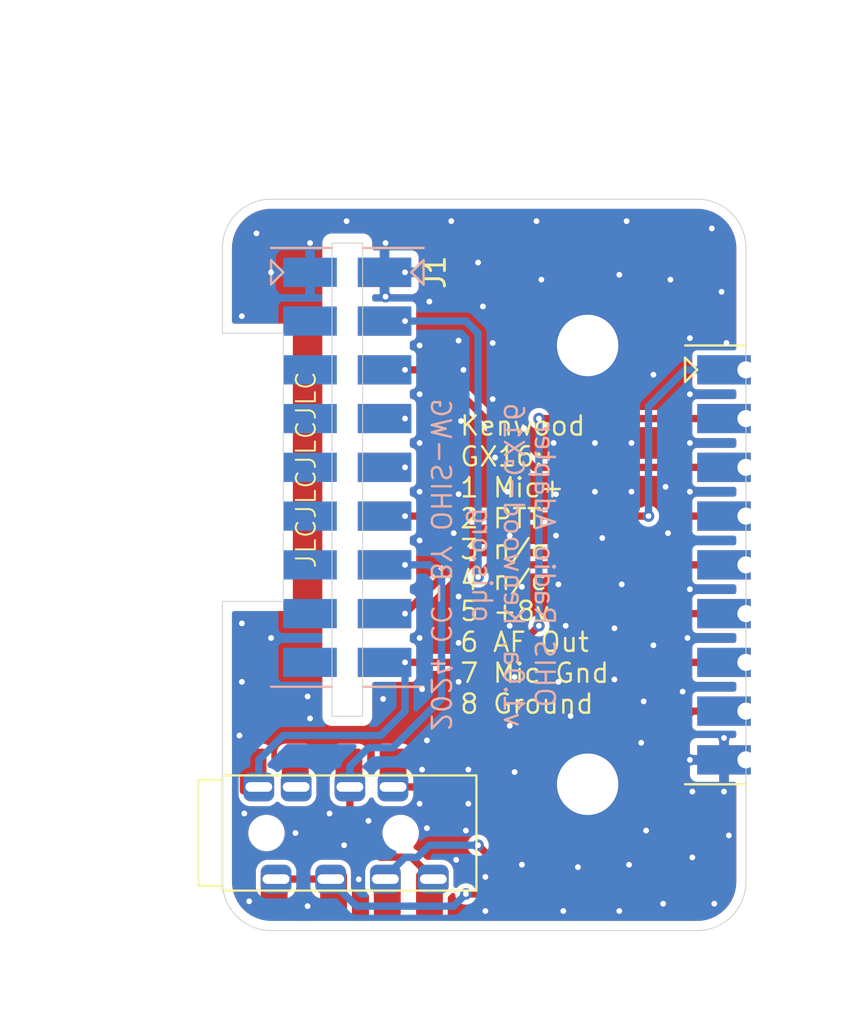
<source format=kicad_pcb>
(kicad_pcb (version 20240108) (generator "pcbnew") (generator_version "8.0")
  (layers (0 "F.Cu" signal) (31 "B.Cu" signal) (34 "B.Paste" user) (35 "F.Paste" user) (36 "B.SilkS" user "B.Silkscreen") (37 "F.SilkS" user "F.Silkscreen") (38 "B.Mask" user) (39 "F.Mask" user) (44 "Edge.Cuts" user))
  (net 0 "")
  (net 1 "Shield")
  (net 2 "AF Out")
  (net 3 "Mic Gnd")
  (net 4 "~{PTT}")
  (net 5 "Power Gnd")
  (net 7 "Up")
  (net 8 "+8v 10mA")
  (net 10 "Down")
  (net 11 "Mic+")
  (net 14 "HP Right")
  (net 15 "HP Left")
  (net 16 "HP Gnd")
  (footprint "Libraries:Conn_B2B-RA_2.54mm_Castelated_9pin_RtoL" (layer "F.Cu") (at 90.805 78.74 90)
    (property "Reference" "J2" (hide yes))
    (property "Value" "Base Board")
    (fp_line (start 10.795 -3.175) (end 9.525 -3.175) (stroke (width 0.12)) (layer "F.SilkS"))
    (fp_line (start 9.525 -3.175) (end 10.16 -2.54) (stroke (width 0.12)) (layer "F.SilkS"))
    (fp_line (start 10.16 -2.54) (end 10.795 -3.175) (stroke (width 0.12)) (layer "F.SilkS"))
    (fp_line (start 11.43 0) (end 11.43 -3.175) (stroke (width 0.12)) (layer "F.SilkS"))
    (fp_line (start -11.43 0) (end -11.43 -3.175) (stroke (width 0.12)) (layer "F.SilkS"))
    (pad "1" thru_hole rect (at 10.16 0 90) (size 1.524 2.794) (drill 0.889 (offset 0 -1.143)) (layers "*.Cu" "*.Mask") (net 8 "+8v 10mA"))
    (pad "2" thru_hole rect (at 7.62 0 90) (size 1.524 2.794) (drill 0.889 (offset 0 -1.143)) (layers "*.Cu" "*.Mask") (net 5 "Power Gnd"))
    (pad "3" thru_hole rect (at 5.08 0 90) (size 1.524 2.794) (drill 0.889 (offset 0 -1.143)) (layers "*.Cu" "*.Mask") (net 4 "~{PTT}"))
    (pad "4" thru_hole rect (at 2.54 0 90) (size 1.524 2.794) (drill 0.889 (offset 0 -1.143)) (layers "*.Cu" "*.Mask") (net 3 "Mic Gnd"))
    (pad "5" thru_hole rect (at 0 0 90) (size 1.524 2.794) (drill 0.889 (offset 0 -1.143)) (layers "*.Cu" "*.Mask") (net 11 "Mic+"))
    (pad "6" thru_hole rect (at -2.54 0 90) (size 1.524 2.794) (drill 0.889 (offset 0 -1.143)) (layers "*.Cu" "*.Mask") (net 15 "HP Left"))
    (pad "7" thru_hole rect (at -5.08 0 90) (size 1.524 2.794) (drill 0.889 (offset 0 -1.143)) (layers "*.Cu" "*.Mask") (net 14 "HP Right"))
    (pad "8" thru_hole rect (at -7.62 0 90) (size 1.524 2.794) (drill 0.889 (offset 0 -1.143)) (layers "*.Cu" "*.Mask") (net 16 "HP Gnd"))
    (pad "9" thru_hole rect (at -10.16 0 90) (size 1.524 2.794) (drill 0.889 (offset 0 -1.143)) (layers "*.Cu" "*.Mask") (net 1 "Shield"))
  )
  (footprint "MountingHole:MountingHole_3.2mm_M3_Pad" (layer "F.Cu") (at 82.55 90.17)
    (property "Reference" "H2" (hide yes))
    (property "Value" "MountingHole_Pad")
    (pad "1" thru_hole circle (at 0 0) (size 6.4 6.4) (drill 3.2) (layers "*.Cu" "*.Mask") (net 1 "Shield"))
  )
  (footprint "Libraries:Conn_B2B-RA_2.54mm_9pin_LtoR" (layer "F.Cu") (at 70.815 73.66 -90)
    (property "Reference" "J4" (hide yes))
    (property "Value" "Icom GX16 Board")
    (fp_line (start -11.43 0) (end -11.43 -3.175) (stroke (width 0.12)) (layer "F.SilkS"))
    (fp_line (start 11.43 0) (end 11.43 -3.175) (stroke (width 0.12)) (layer "F.SilkS"))
    (fp_line (start -10.16 -2.54) (end -9.525 -3.175) (stroke (width 0.12)) (layer "F.SilkS"))
    (fp_line (start -10.795 -3.175) (end -10.16 -2.54) (stroke (width 0.12)) (layer "F.SilkS"))
    (fp_line (start -9.525 -3.175) (end -10.795 -3.175) (stroke (width 0.12)) (layer "F.SilkS"))
    (pad "1" smd rect (at -10.16 -1.143 270) (size 1.524 2.794) (layers "F.Cu" "F.Paste" "F.Mask") (net 1 "Shield"))
    (pad "2" smd rect (at -7.62 -1.143 270) (size 1.524 2.794) (layers "F.Cu" "F.Paste" "F.Mask") (net 11 "Mic+"))
    (pad "3" smd rect (at -5.08 -1.143 270) (size 1.524 2.794) (layers "F.Cu" "F.Paste" "F.Mask") (net 4 "~{PTT}"))
    (pad "4" smd rect (at -2.54 -1.143 270) (size 1.524 2.794) (layers "F.Cu" "F.Paste" "F.Mask") (net 10 "Down"))
    (pad "5" smd rect (at 0 -1.143 270) (size 1.524 2.794) (layers "F.Cu" "F.Paste" "F.Mask") (net 7 "Up"))
    (pad "6" smd rect (at 2.54 -1.143 270) (size 1.524 2.794) (layers "F.Cu" "F.Paste" "F.Mask") (net 8 "+8v 10mA"))
    (pad "7" smd rect (at 5.08 -1.143 270) (size 1.524 2.794) (layers "F.Cu" "F.Paste" "F.Mask") (net 2 "AF Out"))
    (pad "8" smd rect (at 7.62 -1.143 270) (size 1.524 2.794) (layers "F.Cu" "F.Paste" "F.Mask") (net 3 "Mic Gnd"))
    (pad "9" smd rect (at 10.16 -1.143 270) (size 1.524 2.794) (layers "F.Cu" "F.Paste" "F.Mask") (net 5 "Power Gnd"))
  )
  (footprint "MountingHole:MountingHole_3.2mm_M3_Pad" (layer "F.Cu") (at 82.55 67.31)
    (property "Reference" "H1" (hide yes))
    (property "Value" "MountingHole_Pad")
    (pad "1" thru_hole circle (at 0 0) (size 6.4 6.4) (drill 3.2) (layers "*.Cu" "*.Mask") (net 1 "Shield"))
  )
  (footprint "Libraries:Conn_3.5mm-PJ-393_SMT-C668609_TH-C145811" (layer "F.Cu") (at 63.5 92.71 -90)
    (property "Reference" "J3" (hide yes))
    (property "Value" "Headphone/Speaker Input")
    (fp_line (start -2.75 1.25) (end 2.75 1.25) (stroke (width 0.12)) (layer "F.SilkS"))
    (fp_line (start 2.75 1.25) (end 2.75 0) (stroke (width 0.12)) (layer "F.SilkS"))
    (fp_line (start -3 0) (end 3 0) (stroke (width 0.12)) (layer "F.SilkS"))
    (fp_line (start -2.75 0) (end -2.75 1.25) (stroke (width 0.12)) (layer "F.SilkS"))
    (fp_line (start 3 0) (end 3 -13.25) (stroke (width 0.12)) (layer "F.SilkS"))
    (fp_line (start -3 -13.25) (end -3 0) (stroke (width 0.12)) (layer "F.SilkS"))
    (fp_line (start 3 -13.25) (end -3 -13.25) (stroke (width 0.12)) (layer "F.SilkS"))
    (pad "" np_thru_hole circle (at 0 -9.3 270) (size 1.2 1.2) (drill 1.4) (layers "F&B.Cu" "*.Mask"))
    (pad "" np_thru_hole circle (at 0 -2.3 270) (size 1.2 1.2) (drill 1.4) (layers "F&B.Cu" "*.Mask"))
    (pad "R1" thru_hole roundrect (at 2.4 -8.5 270) (size 1.5 1.6) (drill oval 0.5 1.4) (layers "*.Cu" "*.Mask") (net 14 "HP Right"))
    (pad "R1" smd roundrect (at 3.2 -8.6 270) (size 2.4 1.4) (layers "F.Cu" "F.Paste" "F.Mask") (roundrect_rratio 0.15) (net 14 "HP Right"))
    (pad "R1N" smd roundrect (at -3.2 -6.6 270) (size 2.4 1.4) (layers "F.Cu" "F.Paste" "F.Mask") (roundrect_rratio 0.15) (net 2 "AF Out"))
    (pad "R1N" thru_hole roundrect (at -2.4 -6.65 270) (size 1.5 1.6) (drill oval 0.5 1.4) (layers "*.Cu" "*.Mask") (net 2 "AF Out"))
    (pad "R2" thru_hole roundrect (at 2.4 -5.65 270) (size 1.5 1.6) (drill oval 0.5 1.4) (layers "*.Cu" "*.Mask") (net 16 "HP Gnd"))
    (pad "R2" smd roundrect (at 3.2 -5.8 270) (size 2.4 1.4) (layers "F.Cu" "F.Paste" "F.Mask") (roundrect_rratio 0.15) (net 16 "HP Gnd"))
    (pad "R2N" smd roundrect (at -3.2 -3.8 270) (size 2.4 1.4) (layers "F.Cu" "F.Paste" "F.Mask") (roundrect_rratio 0.15))
    (pad "R2N" thru_hole roundrect (at -2.4 -3.85 270) (size 1.5 1.6) (drill oval 0.5 1.4) (layers "*.Cu" "*.Mask"))
    (pad "S" thru_hole roundrect (at 2.4 -2.8 270) (size 1.5 1.6) (drill oval 0.5 1.4) (layers "*.Cu" "*.Mask") (net 16 "HP Gnd"))
    (pad "S" smd roundrect (at 3.2 -2.7 270) (size 2.4 1.4) (layers "F.Cu" "F.Paste" "F.Mask") (roundrect_rratio 0.15) (net 16 "HP Gnd"))
    (pad "SN" smd roundrect (at -3.2 -1.6 270) (size 2.4 1.4) (layers "F.Cu" "F.Paste" "F.Mask") (roundrect_rratio 0.15) (net 5 "Power Gnd"))
    (pad "SN" thru_hole roundrect (at -2.4 -1.9 270) (size 1.5 1.6) (drill oval 0.5 1.4) (layers "*.Cu" "*.Mask") (net 5 "Power Gnd"))
    (pad "T" smd roundrect (at -3.2 -8.9 270) (size 2.4 1.4) (layers "F.Cu" "F.Paste" "F.Mask") (roundrect_rratio 0.15) (net 15 "HP Left"))
    (pad "T" thru_hole roundrect (at -2.4 -8.9 270) (size 1.5 1.6) (drill oval 0.5 1.4) (layers "*.Cu" "*.Mask") (net 15 "HP Left"))
    (pad "TN" thru_hole roundrect (at 2.4 -11 270) (size 1.5 1.6) (drill oval 0.5 1.4) (layers "*.Cu" "*.Mask") (net 2 "AF Out"))
    (pad "TN" smd roundrect (at 3.2 -10.8 270) (size 2.4 1.4) (layers "F.Cu" "F.Paste" "F.Mask") (roundrect_rratio 0.15) (net 2 "AF Out"))
  )
  (footprint "Libraries:Conn_B2B-RA_2.54mm_9pin_RtoL" (layer "B.Cu") (at 70.815 73.66 90)
    (property "Reference" "J1" (at 10.16 3.81 90) (layer "F.SilkS"))
    (property "Value" "Icom GX16 Board")
    (fp_line (start 10.16 2.54) (end 9.525 3.175) (stroke (width 0.12)) (layer "B.SilkS"))
    (fp_line (start 11.43 3.175) (end 11.43 0) (stroke (width 0.12)) (layer "B.SilkS"))
    (fp_line (start 10.795 3.175) (end 10.16 2.54) (stroke (width 0.12)) (layer "B.SilkS"))
    (fp_line (start 9.525 3.175) (end 10.795 3.175) (stroke (width 0.12)) (layer "B.SilkS"))
    (fp_line (start -11.43 3.175) (end -11.43 0) (stroke (width 0.12)) (layer "B.SilkS"))
    (pad "1" smd rect (at 10.16 1.143 90) (size 1.524 2.794) (layers "B.Cu" "B.Paste" "B.Mask") (net 1 "Shield"))
    (pad "2" smd rect (at 7.62 1.143 90) (size 1.524 2.794) (layers "B.Cu" "B.Paste" "B.Mask") (net 11 "Mic+"))
    (pad "3" smd rect (at 5.08 1.143 90) (size 1.524 2.794) (layers "B.Cu" "B.Paste" "B.Mask") (net 4 "~{PTT}"))
    (pad "4" smd rect (at 2.54 1.143 90) (size 1.524 2.794) (layers "B.Cu" "B.Paste" "B.Mask") (net 10 "Down"))
    (pad "5" smd rect (at 0 1.143 90) (size 1.524 2.794) (layers "B.Cu" "B.Paste" "B.Mask") (net 7 "Up"))
    (pad "6" smd rect (at -2.54 1.143 90) (size 1.524 2.794) (layers "B.Cu" "B.Paste" "B.Mask") (net 8 "+8v 10mA"))
    (pad "7" smd rect (at -5.08 1.143 90) (size 1.524 2.794) (layers "B.Cu" "B.Paste" "B.Mask") (net 2 "AF Out"))
    (pad "8" smd rect (at -7.62 1.143 90) (size 1.524 2.794) (layers "B.Cu" "B.Paste" "B.Mask") (net 3 "Mic Gnd"))
    (pad "9" smd rect (at -10.16 1.143 90) (size 1.524 2.794) (layers "B.Cu" "B.Paste" "B.Mask") (net 5 "Power Gnd"))
  )
  (footprint "Libraries:Conn_B2B-RA_2.54mm_9pin_LtoR" (layer "B.Cu") (at 69.215 73.66 -90)
    (property "Reference" "J5" (hide yes))
    (property "Value" "Icom GX16 Board")
    (fp_line (start -11.43 3.175) (end -11.43 0) (stroke (width 0.12)) (layer "B.SilkS"))
    (fp_line (start -10.795 3.175) (end -9.525 3.175) (stroke (width 0.12)) (layer "B.SilkS"))
    (fp_line (start -9.525 3.175) (end -10.16 2.54) (stroke (width 0.12)) (layer "B.SilkS"))
    (fp_line (start 11.43 3.175) (end 11.43 0) (stroke (width 0.12)) (layer "B.SilkS"))
    (fp_line (start -10.16 2.54) (end -10.795 3.175) (stroke (width 0.12)) (layer "B.SilkS"))
    (pad "1" smd rect (at -10.16 1.143 270) (size 1.524 2.794) (layers "B.Cu" "B.Paste" "B.Mask") (net 1 "Shield"))
    (pad "2" smd rect (at -7.62 1.143 270) (size 1.524 2.794) (layers "B.Cu" "B.Paste" "B.Mask"))
    (pad "3" smd rect (at -5.08 1.143 270) (size 1.524 2.794) (layers "B.Cu" "B.Paste" "B.Mask"))
    (pad "4" smd rect (at -2.54 1.143 270) (size 1.524 2.794) (layers "B.Cu" "B.Paste" "B.Mask"))
    (pad "5" smd rect (at 0 1.143 270) (size 1.524 2.794) (layers "B.Cu" "B.Paste" "B.Mask"))
    (pad "6" smd rect (at 2.54 1.143 270) (size 1.524 2.794) (layers "B.Cu" "B.Paste" "B.Mask"))
    (pad "7" smd rect (at 5.08 1.143 270) (size 1.524 2.794) (layers "B.Cu" "B.Paste" "B.Mask"))
    (pad "8" smd rect (at 7.62 1.143 270) (size 1.524 2.794) (layers "B.Cu" "B.Paste" "B.Mask"))
    (pad "9" smd rect (at 10.16 1.143 270) (size 1.524 2.794) (layers "B.Cu" "B.Paste" "B.Mask"))
  )
  (gr_arc (start 63.5 62.23) (mid 64.243949 60.433949) (end 66.04 59.69) (stroke (width 0.05)) (layer "Edge.Cuts"))
  (gr_line (start 63.5 80.645) (end 66.675 80.645) (stroke (width 0.05)) (layer "Edge.Cuts"))
  (gr_line (start 90.805 62.23) (end 90.805 95.25) (stroke (width 0.05)) (layer "Edge.Cuts"))
  (gr_line (start 66.675 66.675) (end 66.675 80.645) (stroke (width 0.05)) (layer "Edge.Cuts"))
  (gr_rect (start 69.215 61.976) (end 70.815 86.63) (stroke (width 0.05)) (fill none) (layer "Edge.Cuts"))
  (gr_arc (start 88.265 59.69) (mid 90.061051 60.433949) (end 90.805 62.23) (stroke (width 0.05)) (layer "Edge.Cuts"))
  (gr_line (start 66.675 66.675) (end 63.5 66.675) (stroke (width 0.05)) (layer "Edge.Cuts"))
  (gr_line (start 63.5 80.645) (end 63.5 95.25) (stroke (width 0.05)) (layer "Edge.Cuts"))
  (gr_line (start 66.04 59.69) (end 88.265 59.69) (stroke (width 0.05)) (layer "Edge.Cuts"))
  (gr_arc (start 66.04 97.79) (mid 64.243949 97.046051) (end 63.5 95.25) (stroke (width 0.05)) (layer "Edge.Cuts"))
  (gr_line (start 63.5 62.23) (end 63.5 66.675) (stroke (width 0.05)) (layer "Edge.Cuts"))
  (gr_arc (start 90.805 95.25) (mid 90.061051 97.046051) (end 88.265 97.79) (stroke (width 0.05)) (layer "Edge.Cuts"))
  (gr_line (start 88.265 97.79) (end 66.04 97.79) (stroke (width 0.05)) (layer "Edge.Cuts"))
  (gr_text "ohis.org" (at 76.454 78.74 270) (layer "B.SilkS") (effects (font (size 1 1) (thickness 0.127)) (justify bottom mirror)))
  (gr_text "OHIS Radio Adapter\nv1.0a, Kenwood-GX16\n" (at 78.105 78.74 270) (layer "B.SilkS") (effects (font (size 1 1) (thickness 0.127)) (justify bottom mirror)))
  (gr_text "2024 CC-BY OHIS-WG" (at 74.295 78.74 270) (layer "B.SilkS") (effects (font (size 1 1) (thickness 0.127)) (justify bottom mirror)))
  (gr_text "JLCJLCJLCJLC" (at 68.453 73.787 -270) (layer "F.SilkS") (effects (font (size 1 1) (thickness 0.1)) (justify bottom)))
  (gr_text "Kenwood\nGX16:\n1 Mic+\n2 PTT\n3 n/c\n4 n/c\n5 +8v\n6 AF Out\n7 Mic Gnd\n8 Ground" (at 75.819 78.74 0) (layer "F.SilkS") (effects (font (size 1 1) (thickness 0.127)) (justify left)))
  (via (at 87.884 80.01) (size 0.6) (drill 0.3) (layers "F.Cu" "B.Cu") (net 1))
  (via (at 84.582 60.833) (size 0.6) (drill 0.3) (layers "F.Cu" "B.Cu") (net 1))
  (via (at 77.216 94.996) (size 0.6) (drill 0.3) (layers "F.Cu" "B.Cu") (net 1))
  (via (at 89.662 90.551) (size 0.6) (drill 0.3) (layers "F.Cu" "B.Cu") (net 1))
  (via (at 88.011 93.98) (size 0.6) (drill 0.3) (layers "F.Cu" "B.Cu") (net 1))
  (via (at 85.979 68.834) (size 0.6) (drill 0.3) (layers "F.Cu" "B.Cu") (net 1))
  (via (at 77.089 65.278) (size 0.6) (drill 0.3) (layers "F.Cu" "B.Cu") (net 1))
  (via (at 67.945 96.52) (size 0.6) (drill 0.3) (layers "F.Cu" "B.Cu") (net 1))
  (via (at 79.248 71.628) (size 0.6) (drill 0.3) (layers "F.Cu" "B.Cu") (net 1))
  (via (at 87.884 66.929) (size 0.6) (drill 0.3) (layers "F.Cu" "B.Cu") (net 1))
  (via (at 89.916 92.837) (size 0.6) (drill 0.3) (layers "F.Cu" "B.Cu") (net 1))
  (via (at 73.787 82.55) (size 0.6) (drill 0.3) (layers "F.Cu" "B.Cu") (net 1))
  (via (at 68.072 61.976) (size 0.6) (drill 0.3) (layers "F.Cu" "B.Cu") (net 1))
  (via (at 77.597 70.104) (size 0.6) (drill 0.3) (layers "F.Cu" "B.Cu") (net 1))
  (via (at 76.2 92.583) (size 0.6) (drill 0.3) (layers "F.Cu" "B.Cu") (net 1))
  (via (at 75.819 84.836) (size 0.6) (drill 0.3) (layers "F.Cu" "B.Cu") (net 1))
  (via (at 78.486 81.915) (size 0.6) (drill 0.3) (layers "F.Cu" "B.Cu") (net 1))
  (via (at 70.612 95.123) (size 0.6) (drill 0.3) (layers "F.Cu" "B.Cu") (net 1))
  (via (at 71.12 92.075) (size 0.6) (drill 0.3) (layers "F.Cu" "B.Cu") (net 1))
  (via (at 89.154 96.393) (size 0.6) (drill 0.3) (layers "F.Cu" "B.Cu") (net 1))
  (via (at 67.31 92.71) (size 0.6) (drill 0.3) (layers "F.Cu" "B.Cu") (net 1))
  (via (at 64.389 87.63) (size 0.6) (drill 0.3) (layers "F.Cu" "B.Cu") (net 1))
  (via (at 66.04 82.55) (size 0.6) (drill 0.3) (layers "F.Cu" "B.Cu") (net 1))
  (via (at 84.709 94.361) (size 0.6) (drill 0.3) (layers "F.Cu" "B.Cu") (net 1))
  (via (at 78.486 77.216) (size 0.6) (drill 0.3) (layers "F.Cu" "B.Cu") (net 1))
  (via (at 75.819 82.804) (size 0.6) (drill 0.3) (layers "F.Cu" "B.Cu") (net 1))
  (via (at 85.598 92.583) (size 0.6) (drill 0.3) (layers "F.Cu" "B.Cu") (net 1))
  (via (at 75.565 77.089) (size 0.6) (drill 0.3) (layers "F.Cu" "B.Cu") (net 1))
  (via (at 75.692 94.107) (size 0.6) (drill 0.3) (layers "F.Cu" "B.Cu") (net 1))
  (via (at 80.899 77.216) (size 0.6) (drill 0.3) (layers "F.Cu" "B.Cu") (net 1))
  (via (at 72.009 64.77) (size 0.6) (drill 0.3) (layers "F.Cu" "B.Cu") (net 1))
  (via (at 75.819 67.056) (size 0.6) (drill 0.3) (layers "F.Cu" "B.Cu") (net 1))
  (via (at 74.168 92.456) (size 0.6) (drill 0.3) (layers "F.Cu" "B.Cu") (net 1))
  (via (at 64.897 96.266) (size 0.6) (drill 0.3) (layers "F.Cu" "B.Cu") (net 1))
  (via (at 73.787 77.47) (size 0.6) (drill 0.3) (layers "F.Cu" "B.Cu") (net 1))
  (via (at 78.359 74.93) (size 0.6) (drill 0.3) (layers "F.Cu" "B.Cu") (net 1))
  (via (at 73.787 67.31) (size 0.6) (drill 0.3) (layers "F.Cu" "B.Cu") (net 1))
  (via (at 87.757 82.55) (size 0.6) (drill 0.3) (layers "F.Cu" "B.Cu") (net 1))
  (via (at 80.137 63.881) (size 0.6) (drill 0.3) (layers "F.Cu" "B.Cu") (net 1))
  (via (at 87.884 74.93) (size 0.6) (drill 0.3) (layers "F.Cu" "B.Cu") (net 1))
  (via (at 86.741 77.089) (size 0.6) (drill 0.3) (layers "F.Cu" "B.Cu") (net 1))
  (via (at 81.661 86.614) (size 0.6) (drill 0.3) (layers "F.Cu" "B.Cu") (net 1))
  (via (at 64.643 91.694) (size 0.6) (drill 0.3) (layers "F.Cu" "B.Cu") (net 1))
  (via (at 72.009 61.976) (size 0.6) (drill 0.3) (layers "F.Cu" "B.Cu") (net 1))
  (via (at 84.201 63.627) (size 0.6) (drill 0.3) (layers "F.Cu" "B.Cu") (net 1))
  (via (at 77.724 73.152) (size 0.6) (drill 0.3) (layers "F.Cu" "B.Cu") (net 1))
  (via (at 83.312 77.343) (size 0.6) (drill 0.3) (layers "F.Cu" "B.Cu") (net 1))
  (via (at 68.072 86.741) (size 0.6) (drill 0.3) (layers "F.Cu" "B.Cu") (net 1))
  (via (at 84.201 96.774) (size 0.6) (drill 0.3) (layers "F.Cu" "B.Cu") (net 1))
  (via (at 69.977 60.833) (size 0.6) (drill 0.3) (layers "F.Cu" "B.Cu") (net 1))
  (via (at 78.486 87.122) (size 0.6) (drill 0.3) (layers "F.Cu" "B.Cu") (net 1))
  (via (at 75.819 80.391) (size 0.6) (drill 0.3) (layers "F.Cu" "B.Cu") (net 1))
  (via (at 66.04 63.5) (size 0.6) (drill 0.3) (layers "F.Cu" "B.Cu") (net 1))
  (via (at 85.344 88.011) (size 0.6) (drill 0.3) (layers "F.Cu" "B.Cu") (net 1))
  (via (at 73.914 85.217) (size 0.6) (drill 0.3) (layers "F.Cu" "B.Cu") (net 1))
  (via (at 81.28 96.774) (size 0.6) (drill 0.3) (layers "F.Cu" "B.Cu") (net 1))
  (via (at 87.884 88.9) (size 0.6) (drill 0.3) (layers "F.Cu" "B.Cu") (net 1))
  (via (at 79.883 60.833) (size 0.6) (drill 0.3) (layers "F.Cu" "B.Cu") (net 1))
  (via (at 65.278 61.468) (size 0.6) (drill 0.3) (layers "F.Cu" "B.Cu") (net 1))
  (via (at 86.614 74.676) (size 0.6) (drill 0.3) (layers "F.Cu" "B.Cu") (net 1))
  (via (at 79.121 94.361) (size 0.6) (drill 0.3) (layers "F.Cu" "B.Cu") (net 1))
  (via (at 79.121 79.883) (size 0.6) (drill 0.3) (layers "F.Cu" "B.Cu") (net 1))
  (via (at 89.535 64.516) (size 0.6) (drill 0.3) (layers "F.Cu" "B.Cu") (net 1))
  (via (at 86.868 63.881) (size 0.6) (drill 0.3) (layers "F.Cu" "B.Cu") (net 1))
  (via (at 73.787 74.93) (size 0.6) (drill 0.3) (layers "F.Cu" "B.Cu") (net 1))
  (via (at 75.819 75.057) (size 0.6) (drill 0.3) (layers "F.Cu" "B.Cu") (net 1))
  (via (at 80.899 75.057) (size 0.6) (drill 0.3) (layers "F.Cu" "B.Cu") (net 1))
  (via (at 74.168 87.884) (size 0.6) (drill 0.3) (layers "F.Cu" "B.Cu") (net 1))
  (via (at 81.026 84.836) (size 0.6) (drill 0.3) (layers "F.Cu" "B.Cu") (net 1))
  (via (at 84.328 79.756) (size 0.6) (drill 0.3) (layers "F.Cu" "B.Cu") (net 1))
  (via (at 76.073 68.58) (size 0.6) (drill 0.3) (layers "F.Cu" "B.Cu") (net 1))
  (via (at 64.516 84.836) (size 0.6) (drill 0.3) (layers "F.Cu" "B.Cu") (net 1))
  (via (at 85.471 85.852) (size 0.6) (drill 0.3) (layers "F.Cu" "B.Cu") (net 1))
  (via (at 73.914 89.408) (size 0.6) (drill 0.3) (layers "F.Cu" "B.Cu") (net 1))
  (via (at 77.597 67.183) (size 0.6) (drill 0.3) (layers "F.Cu" "B.Cu") (net 1))
  (via (at 75.438 60.833) (size 0.6) (drill 0.3) (layers "F.Cu" "B.Cu") (net 1))
  (via (at 73.787 69.85) (size 0.6) (drill 0.3) (layers "F.Cu" "B.Cu") (net 1))
  (via (at 78.74 84.582) (size 0.6) (drill 0.3) (layers "F.Cu" "B.Cu") (net 1))
  (via (at 85.979 82.931) (size 0.6) (drill 0.3) (layers "F.Cu" "B.Cu") (net 1))
  (via (at 89.789 67.183) (size 0.6) (drill 0.3) (layers "F.Cu" "B.Cu") (net 1))
  (via (at 71.882 85.725) (size 0.6) (drill 0.3) (layers "F.Cu" "B.Cu") (net 1))
  (via (at 81.407 81.915) (size 0.6) (drill 0.3) (layers "F.Cu" "B.Cu") (net 1))
  (via (at 84.836 72.39) (size 0.6) (drill 0.3) (layers "F.Cu" "B.Cu") (net 1))
  (via (at 84.836 74.93) (size 0.6) (drill 0.3) (layers "F.Cu" "B.Cu") (net 1))
  (via (at 82.042 94.488) (size 0.6) (drill 0.3) (layers "F.Cu" "B.Cu") (net 1))
  (via (at 74.295 65.024) (size 0.6) (drill 0.3) (layers "F.Cu" "B.Cu") (net 1))
  (via (at 77.216 96.774) (size 0.6) (drill 0.3) (layers "F.Cu" "B.Cu") (net 1))
  (via (at 89.662 87.757) (size 0.6) (drill 0.3) (layers "F.Cu" "B.Cu") (net 1))
  (via (at 73.787 91.186) (size 0.6) (drill 0.3) (layers "F.Cu" "B.Cu") (net 1))
  (via (at 69.85 93.345) (size 0.6) (drill 0.3) (layers "F.Cu" "B.Cu") (net 1))
  (via (at 87.503 85.344) (size 0.6) (drill 0.3) (layers "F.Cu" "B.Cu") (net 1))
  (via (at 78.74 89.535) (size 0.6) (drill 0.3) (layers "F.Cu" "B.Cu") (net 1))
  (via (at 83.947 82.042) (size 0.6) (drill 0.3) (layers "F.Cu" "B.Cu") (net 1))
  (via (at 75.946 71.247) (size 0.6) (drill 0.3) (layers "F.Cu" "B.Cu") (net 1))
  (via (at 88.011 90.551) (size 0.6) (drill 0.3) (layers "F.Cu" "B.Cu") (net 1))
  (via (at 81.026 79.756) (size 0.6) (drill 0.3) (layers "F.Cu" "B.Cu") (net 1))
  (via (at 64.516 81.788) (size 0.6) (drill 0.3) (layers "F.Cu" "B.Cu") (net 1))
  (via (at 87.884 69.85) (size 0.6) (drill 0.3) (layers "F.Cu" "B.Cu") (net 1))
  (via (at 73.025 63.5) (size 0.6) (drill 0.3) (layers "F.Cu" "B.Cu") (net 1))
  (via (at 82.931 72.39) (size 0.6) (drill 0.3) (layers "F.Cu" "B.Cu") (net 1))
  (via (at 73.787 72.39) (size 0.6) (drill 0.3) (layers "F.Cu" "B.Cu") (net 1))
  (via (at 67.945 85.598) (size 0.6) (drill 0.3) (layers "F.Cu" "B.Cu") (net 1))
  (via (at 80.772 72.39) (size 0.6) (drill 0.3) (layers "F.Cu" "B.Cu") (net 1))
  (via (at 83.947 84.709) (size 0.6) (drill 0.3) (layers "F.Cu" "B.Cu") (net 1))
  (via (at 76.327 91.186) (size 0.6) (drill 0.3) (layers "F.Cu" "B.Cu") (net 1))
  (via (at 87.884 72.39) (size 0.6) (drill 0.3) (layers "F.Cu" "B.Cu") (net 1))
  (via (at 69.088 91.694) (size 0.6) (drill 0.3) (layers "F.Cu" "B.Cu") (net 1))
  (via (at 76.835 62.992) (size 0.6) (drill 0.3) (layers "F.Cu" "B.Cu") (net 1))
  (via (at 76.327 89.408) (size 0.6) (drill 0.3) (layers "F.Cu" "B.Cu") (net 1))
  (via (at 64.516 65.786) (size 0.6) (drill 0.3) (layers "F.Cu" "B.Cu") (net 1))
  (via (at 82.931 74.93) (size 0.6) (drill 0.3) (layers "F.Cu" "B.Cu") (net 1))
  (via (at 86.487 96.393) (size 0.6) (drill 0.3) (layers "F.Cu" "B.Cu") (net 1))
  (via (at 89.027 61.214) (size 0.6) (drill 0.3) (layers "F.Cu" "B.Cu") (net 1))
  (segment (start 74.5 95.11) (end 73.3595 93.9695) (width 0.381) (layer "F.Cu") (net 2))
  (segment (start 71.7445 93.9695) (end 70.15 92.375) (width 0.381) (layer "F.Cu") (net 2))
  (segment (start 73.3595 93.9695) (end 71.7445 93.9695) (width 0.381) (layer "F.Cu") (net 2))
  (segment (start 70.15 92.375) (end 70.15 90.31) (width 0.381) (layer "F.Cu") (net 2))
  (via (at 73.025 78.74) (size 0.6) (drill 0.3) (layers "F.Cu" "B.Cu") (net 2))
  (segment (start 74.93 85.725) (end 72.39 88.265) (width 0.381) (layer "B.Cu") (net 2))
  (segment (start 72.39 88.265) (end 71.12 88.265) (width 0.381) (layer "B.Cu") (net 2))
  (segment (start 74.93 79.375) (end 74.93 85.725) (width 0.381) (layer "B.Cu") (net 2))
  (segment (start 71.12 88.265) (end 70.15 89.235) (width 0.381) (layer "B.Cu") (net 2))
  (segment (start 70.15 89.235) (end 70.15 90.31) (width 0.381) (layer "B.Cu") (net 2))
  (segment (start 73.025 78.74) (end 74.295 78.74) (width 0.381) (layer "B.Cu") (net 2))
  (segment (start 74.295 78.74) (end 74.93 79.375) (width 0.381) (layer "B.Cu") (net 2))
  (segment (start 76.2 78.105) (end 87.63 78.105) (width 0.381) (layer "F.Cu") (net 3))
  (segment (start 73.025 81.28) (end 76.2 78.105) (width 0.381) (layer "F.Cu") (net 3))
  (segment (start 87.63 76.2) (end 90.1145 76.2) (width 0.381) (layer "F.Cu") (net 3))
  (segment (start 87.63 78.105) (end 87.63 76.2) (width 0.381) (layer "F.Cu") (net 3))
  (via (at 73.025 81.28) (size 0.6) (drill 0.3) (layers "F.Cu" "B.Cu") (net 3))
  (segment (start 79.756 73.66) (end 90.1145 73.66) (width 0.381) (layer "F.Cu") (net 4))
  (segment (start 73.025 68.58) (end 74.676 68.58) (width 0.381) (layer "F.Cu") (net 4))
  (segment (start 74.676 68.58) (end 79.756 73.66) (width 0.381) (layer "F.Cu") (net 4))
  (via (at 73.025 68.58) (size 0.6) (drill 0.3) (layers "F.Cu" "B.Cu") (net 4))
  (segment (start 80.01 71.12) (end 90.1145 71.12) (width 0.381) (layer "F.Cu") (net 5))
  (segment (start 78.105 83.82) (end 80.01 81.915) (width 0.381) (layer "F.Cu") (net 5))
  (segment (start 73.025 83.82) (end 78.105 83.82) (width 0.381) (layer "F.Cu") (net 5))
  (via (at 73.025 83.82) (size 0.6) (drill 0.3) (layers "F.Cu" "B.Cu") (net 5))
  (via (at 80.01 71.12) (size 0.6) (drill 0.3) (layers "F.Cu" "B.Cu") (net 5))
  (via (at 80.01 81.915) (size 0.6) (drill 0.3) (layers "F.Cu" "B.Cu") (net 5))
  (segment (start 65.4 88.905) (end 66.675 87.63) (width 0.381) (layer "B.Cu") (net 5))
  (segment (start 66.675 87.63) (end 71.755 87.63) (width 0.381) (layer "B.Cu") (net 5))
  (segment (start 65.4 90.31) (end 65.4 88.905) (width 0.381) (layer "B.Cu") (net 5))
  (segment (start 80.01 81.915) (end 80.01 71.12) (width 0.381) (layer "B.Cu") (net 5))
  (segment (start 71.755 87.63) (end 73.025 86.36) (width 0.381) (layer "B.Cu") (net 5))
  (segment (start 73.025 86.36) (end 73.025 83.82) (width 0.381) (layer "B.Cu") (net 5))
  (via (at 73.025 73.66) (size 0.6) (drill 0.3) (layers "F.Cu" "B.Cu") (net 7))
  (segment (start 73.025 76.2) (end 85.725 76.2) (width 0.381) (layer "F.Cu") (net 8))
  (via (at 73.025 76.2) (size 0.6) (drill 0.3) (layers "F.Cu" "B.Cu") (net 8))
  (via (at 85.725 76.2) (size 0.6) (drill 0.3) (layers "F.Cu" "B.Cu") (net 8))
  (segment (start 87.63 68.58) (end 90.1145 68.58) (width 0.381) (layer "B.Cu") (net 8))
  (segment (start 85.725 70.485) (end 87.63 68.58) (width 0.381) (layer "B.Cu") (net 8))
  (segment (start 85.725 76.2) (end 85.725 70.485) (width 0.381) (layer "B.Cu") (net 8))
  (via (at 73.025 71.12) (size 0.6) (drill 0.3) (layers "F.Cu" "B.Cu") (net 10))
  (segment (start 77.47 78.74) (end 90.1145 78.74) (width 0.381) (layer "F.Cu") (net 11))
  (segment (start 76.835 79.375) (end 77.47 78.74) (width 0.381) (layer "F.Cu") (net 11))
  (via (at 73.025 66.04) (size 0.6) (drill 0.3) (layers "F.Cu" "B.Cu") (net 11))
  (via (at 76.835 79.375) (size 0.6) (drill 0.3) (layers "F.Cu" "B.Cu") (net 11))
  (segment (start 76.835 66.675) (end 76.2 66.04) (width 0.381) (layer "B.Cu") (net 11))
  (segment (start 76.835 79.375) (end 76.835 66.675) (width 0.381) (layer "B.Cu") (net 11))
  (segment (start 76.2 66.04) (end 73.025 66.04) (width 0.381) (layer "B.Cu") (net 11))
  (segment (start 78.74 95.25) (end 85.09 95.25) (width 0.381) (layer "F.Cu") (net 14))
  (segment (start 76.835 93.345) (end 78.74 95.25) (width 0.381) (layer "F.Cu") (net 14))
  (segment (start 86.36 93.98) (end 86.36 85.09) (width 0.381) (layer "F.Cu") (net 14))
  (segment (start 87.63 83.82) (end 90.1145 83.82) (width 0.381) (layer "F.Cu") (net 14))
  (segment (start 85.09 95.25) (end 86.36 93.98) (width 0.381) (layer "F.Cu") (net 14))
  (segment (start 86.36 85.09) (end 87.63 83.82) (width 0.381) (layer "F.Cu") (net 14))
  (via (at 76.835 93.345) (size 0.6) (drill 0.3) (layers "F.Cu" "B.Cu") (net 14))
  (segment (start 73.025 93.98) (end 72 95.005) (width 0.381) (layer "B.Cu") (net 14))
  (segment (start 72 95.005) (end 72 95.11) (width 0.381) (layer "B.Cu") (net 14))
  (segment (start 73.66 93.98) (end 73.025 93.98) (width 0.381) (layer "B.Cu") (net 14))
  (segment (start 74.295 93.345) (end 73.66 93.98) (width 0.381) (layer "B.Cu") (net 14))
  (segment (start 76.835 93.345) (end 74.295 93.345) (width 0.381) (layer "B.Cu") (net 14))
  (segment (start 87.63 81.28) (end 90.1145 81.28) (width 0.381) (layer "F.Cu") (net 15))
  (segment (start 76.695 90.31) (end 81.28 85.725) (width 0.381) (layer "F.Cu") (net 15))
  (segment (start 86.868 83.312) (end 86.868 82.042) (width 0.381) (layer "F.Cu") (net 15))
  (segment (start 72.4 90.31) (end 76.695 90.31) (width 0.381) (layer "F.Cu") (net 15))
  (segment (start 88.9 81.28) (end 89.662 81.28) (width 0.381) (layer "F.Cu") (net 15))
  (segment (start 84.455 85.725) (end 86.868 83.312) (width 0.381) (layer "F.Cu") (net 15))
  (segment (start 81.28 85.725) (end 84.455 85.725) (width 0.381) (layer "F.Cu") (net 15))
  (segment (start 86.868 82.042) (end 87.63 81.28) (width 0.381) (layer "F.Cu") (net 15))
  (segment (start 87.122 87.249) (end 87.122 94.488) (width 0.381) (layer "F.Cu") (net 16))
  (segment (start 90.1145 86.36) (end 88.011 86.36) (width 0.381) (layer "F.Cu") (net 16))
  (segment (start 66.3 95.11) (end 69.15 95.11) (width 0.381) (layer "F.Cu") (net 16))
  (segment (start 87.122 94.488) (end 85.725 95.885) (width 0.381) (layer "F.Cu") (net 16))
  (segment (start 85.725 95.885) (end 76.2 95.885) (width 0.381) (layer "F.Cu") (net 16))
  (segment (start 88.011 86.36) (end 87.122 87.249) (width 0.381) (layer "F.Cu") (net 16))
  (via (at 76.2 95.885) (size 0.6) (drill 0.3) (layers "F.Cu" "B.Cu") (net 16))
  (segment (start 69.15 95.185) (end 70.485 96.52) (width 0.381) (layer "B.Cu") (net 16))
  (segment (start 70.485 96.52) (end 75.565 96.52) (width 0.381) (layer "B.Cu") (net 16))
  (segment (start 69.15 95.11) (end 69.15 95.185) (width 0.381) (layer "B.Cu") (net 16))
  (segment (start 75.565 96.52) (end 76.2 95.885) (width 0.381) (layer "B.Cu") (net 16))
  (zone (net 1) (net_name "Shield") (layers "F&B.Cu") (connect_pads (clearance 0.254)) (min_thickness 0.25) (fill yes (thermal_gap 0.381) (thermal_bridge_width 0.5))
    (polygon (pts (xy 62.865 59.055) (xy 91.44 59.055) (xy 91.44 98.425) (xy 62.865 98.425)))
  )
  (zone (net 0) (net_name "") (layers "F&B.Cu") (connect_pads (clearance 0)) (min_thickness 0.25)
    (keepout (tracks allowed) (vias allowed) (pads allowed) (copperpour not_allowed) (footprints allowed))
    (fill (thermal_gap 0.5) (thermal_bridge_width 0.5))
    (polygon (pts (xy 70.739 66.802) (xy 73.279 66.802) (xy 73.279 83.82) (xy 70.358 83.82)))
  )
)
</source>
